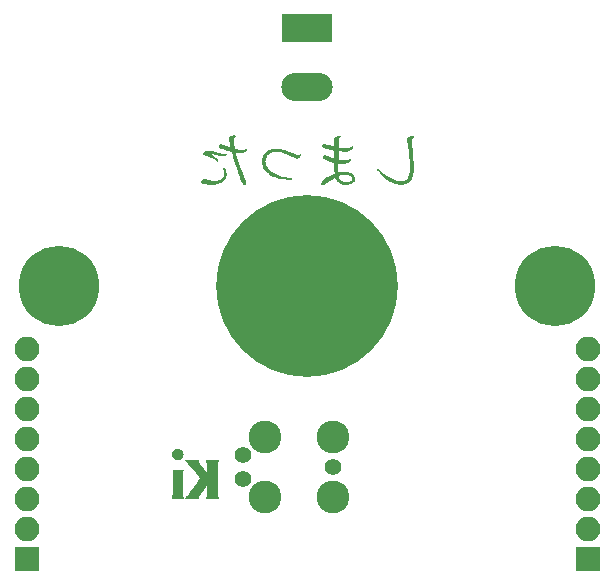
<source format=gbs>
G04 #@! TF.GenerationSoftware,KiCad,Pcbnew,(2017-05-12 revision b823d0b78)-makepkg*
G04 #@! TF.CreationDate,2017-06-18T22:17:58+02:00*
G04 #@! TF.ProjectId,led_pixel_stm32f030,6C65645F706978656C5F73746D333266,1.1*
G04 #@! TF.FileFunction,Soldermask,Bot*
G04 #@! TF.FilePolarity,Negative*
%FSLAX46Y46*%
G04 Gerber Fmt 4.6, Leading zero omitted, Abs format (unit mm)*
G04 Created by KiCad (PCBNEW (2017-05-12 revision b823d0b78)-makepkg) date 06/18/17 22:17:59*
%MOMM*%
%LPD*%
G01*
G04 APERTURE LIST*
%ADD10C,0.100000*%
%ADD11C,0.010000*%
%ADD12C,15.400000*%
%ADD13C,2.775000*%
%ADD14C,1.390600*%
%ADD15O,4.360000X2.380000*%
%ADD16R,4.360000X2.380000*%
%ADD17O,2.100000X2.100000*%
%ADD18R,2.100000X2.100000*%
%ADD19C,6.800000*%
%ADD20C,1.000000*%
G04 APERTURE END LIST*
D10*
G36*
X141180409Y-88789654D02*
X141185303Y-88809947D01*
X141201110Y-88830093D01*
X141229519Y-88851025D01*
X141272217Y-88873675D01*
X141330895Y-88898975D01*
X141407240Y-88927857D01*
X141471983Y-88950666D01*
X141686292Y-89031600D01*
X141882384Y-89120536D01*
X142061988Y-89218360D01*
X142226831Y-89325958D01*
X142279103Y-89364380D01*
X142311908Y-89388589D01*
X142338234Y-89406859D01*
X142353622Y-89416132D01*
X142355438Y-89416702D01*
X142365007Y-89408395D01*
X142377623Y-89388740D01*
X142383737Y-89375568D01*
X142384320Y-89363997D01*
X142377088Y-89350433D01*
X142359760Y-89331283D01*
X142330053Y-89302953D01*
X142313238Y-89287363D01*
X142217943Y-89200903D01*
X142126039Y-89120829D01*
X142040393Y-89049538D01*
X141963875Y-88989429D01*
X141909612Y-88949928D01*
X141867207Y-88919931D01*
X141828937Y-88891798D01*
X141799641Y-88869143D01*
X141786244Y-88857711D01*
X141769740Y-88839568D01*
X141767784Y-88825699D01*
X141776438Y-88810067D01*
X141786207Y-88798535D01*
X141799825Y-88791624D01*
X141822316Y-88788239D01*
X141858708Y-88787282D01*
X141880636Y-88787350D01*
X141918020Y-88788774D01*
X141958120Y-88792981D01*
X142004740Y-88800657D01*
X142061686Y-88812486D01*
X142132761Y-88829154D01*
X142186245Y-88842381D01*
X142320073Y-88875047D01*
X142436323Y-88901233D01*
X142537515Y-88921116D01*
X142626174Y-88934872D01*
X142704822Y-88942678D01*
X142775981Y-88944710D01*
X142842176Y-88941144D01*
X142905927Y-88932157D01*
X142969759Y-88917925D01*
X143027970Y-88901211D01*
X143065435Y-88888577D01*
X143086153Y-88877707D01*
X143093888Y-88865109D01*
X143092407Y-88847297D01*
X143091277Y-88842562D01*
X143084591Y-88815923D01*
X143019223Y-88836703D01*
X142980020Y-88846688D01*
X142937672Y-88852072D01*
X142890260Y-88852496D01*
X142835865Y-88847599D01*
X142772571Y-88837023D01*
X142698457Y-88820408D01*
X142611607Y-88797395D01*
X142510102Y-88767623D01*
X142392023Y-88730733D01*
X142306626Y-88703143D01*
X142204335Y-88670031D01*
X142118872Y-88643192D01*
X142047056Y-88621970D01*
X141985705Y-88605708D01*
X141931638Y-88593750D01*
X141881674Y-88585437D01*
X141832631Y-88580114D01*
X141781328Y-88577125D01*
X141724585Y-88575811D01*
X141688621Y-88575560D01*
X141619838Y-88575686D01*
X141567271Y-88576894D01*
X141525972Y-88579648D01*
X141490989Y-88584408D01*
X141457374Y-88591637D01*
X141426311Y-88600029D01*
X141352485Y-88626047D01*
X141288722Y-88658200D01*
X141237490Y-88694585D01*
X141201258Y-88733299D01*
X141182495Y-88772439D01*
X141180409Y-88789654D01*
X141180409Y-88789654D01*
X141180409Y-88789654D01*
G37*
X141180409Y-88789654D02*
X141185303Y-88809947D01*
X141201110Y-88830093D01*
X141229519Y-88851025D01*
X141272217Y-88873675D01*
X141330895Y-88898975D01*
X141407240Y-88927857D01*
X141471983Y-88950666D01*
X141686292Y-89031600D01*
X141882384Y-89120536D01*
X142061988Y-89218360D01*
X142226831Y-89325958D01*
X142279103Y-89364380D01*
X142311908Y-89388589D01*
X142338234Y-89406859D01*
X142353622Y-89416132D01*
X142355438Y-89416702D01*
X142365007Y-89408395D01*
X142377623Y-89388740D01*
X142383737Y-89375568D01*
X142384320Y-89363997D01*
X142377088Y-89350433D01*
X142359760Y-89331283D01*
X142330053Y-89302953D01*
X142313238Y-89287363D01*
X142217943Y-89200903D01*
X142126039Y-89120829D01*
X142040393Y-89049538D01*
X141963875Y-88989429D01*
X141909612Y-88949928D01*
X141867207Y-88919931D01*
X141828937Y-88891798D01*
X141799641Y-88869143D01*
X141786244Y-88857711D01*
X141769740Y-88839568D01*
X141767784Y-88825699D01*
X141776438Y-88810067D01*
X141786207Y-88798535D01*
X141799825Y-88791624D01*
X141822316Y-88788239D01*
X141858708Y-88787282D01*
X141880636Y-88787350D01*
X141918020Y-88788774D01*
X141958120Y-88792981D01*
X142004740Y-88800657D01*
X142061686Y-88812486D01*
X142132761Y-88829154D01*
X142186245Y-88842381D01*
X142320073Y-88875047D01*
X142436323Y-88901233D01*
X142537515Y-88921116D01*
X142626174Y-88934872D01*
X142704822Y-88942678D01*
X142775981Y-88944710D01*
X142842176Y-88941144D01*
X142905927Y-88932157D01*
X142969759Y-88917925D01*
X143027970Y-88901211D01*
X143065435Y-88888577D01*
X143086153Y-88877707D01*
X143093888Y-88865109D01*
X143092407Y-88847297D01*
X143091277Y-88842562D01*
X143084591Y-88815923D01*
X143019223Y-88836703D01*
X142980020Y-88846688D01*
X142937672Y-88852072D01*
X142890260Y-88852496D01*
X142835865Y-88847599D01*
X142772571Y-88837023D01*
X142698457Y-88820408D01*
X142611607Y-88797395D01*
X142510102Y-88767623D01*
X142392023Y-88730733D01*
X142306626Y-88703143D01*
X142204335Y-88670031D01*
X142118872Y-88643192D01*
X142047056Y-88621970D01*
X141985705Y-88605708D01*
X141931638Y-88593750D01*
X141881674Y-88585437D01*
X141832631Y-88580114D01*
X141781328Y-88577125D01*
X141724585Y-88575811D01*
X141688621Y-88575560D01*
X141619838Y-88575686D01*
X141567271Y-88576894D01*
X141525972Y-88579648D01*
X141490989Y-88584408D01*
X141457374Y-88591637D01*
X141426311Y-88600029D01*
X141352485Y-88626047D01*
X141288722Y-88658200D01*
X141237490Y-88694585D01*
X141201258Y-88733299D01*
X141182495Y-88772439D01*
X141180409Y-88789654D01*
X141180409Y-88789654D01*
G36*
X146149189Y-89358469D02*
X146151762Y-89516517D01*
X146175026Y-89672791D01*
X146218496Y-89825616D01*
X146281687Y-89973320D01*
X146364116Y-90114229D01*
X146370931Y-90124288D01*
X146421793Y-90191052D01*
X146486248Y-90264043D01*
X146559643Y-90338741D01*
X146637322Y-90410627D01*
X146714634Y-90475179D01*
X146785484Y-90526922D01*
X146926311Y-90612282D01*
X147077575Y-90687248D01*
X147240554Y-90752163D01*
X147416524Y-90807370D01*
X147606764Y-90853213D01*
X147812550Y-90890033D01*
X148035159Y-90918175D01*
X148275869Y-90937981D01*
X148327137Y-90941019D01*
X148408562Y-90945489D01*
X148471360Y-90948680D01*
X148518041Y-90950548D01*
X148551118Y-90951046D01*
X148573101Y-90950128D01*
X148586503Y-90947747D01*
X148593835Y-90943859D01*
X148597609Y-90938417D01*
X148598589Y-90936043D01*
X148600820Y-90909856D01*
X148584927Y-90893491D01*
X148555759Y-90888398D01*
X148522132Y-90886657D01*
X148471638Y-90881799D01*
X148408265Y-90874377D01*
X148336003Y-90864941D01*
X148258838Y-90854043D01*
X148180761Y-90842235D01*
X148105758Y-90830067D01*
X148037820Y-90818091D01*
X148012966Y-90813371D01*
X147801656Y-90765395D01*
X147601246Y-90706266D01*
X147412660Y-90636630D01*
X147236824Y-90557136D01*
X147074660Y-90468431D01*
X146927095Y-90371162D01*
X146795051Y-90265977D01*
X146679453Y-90153523D01*
X146581226Y-90034447D01*
X146501293Y-89909397D01*
X146440580Y-89779020D01*
X146411932Y-89691983D01*
X146382433Y-89550697D01*
X146373202Y-89414886D01*
X146383846Y-89285395D01*
X146413972Y-89163068D01*
X146463185Y-89048749D01*
X146531093Y-88943281D01*
X146617301Y-88847509D01*
X146721415Y-88762275D01*
X146843042Y-88688425D01*
X146891239Y-88664695D01*
X146966125Y-88632462D01*
X147036245Y-88608556D01*
X147106952Y-88591943D01*
X147183603Y-88581587D01*
X147271550Y-88576454D01*
X147353064Y-88575411D01*
X147424761Y-88575849D01*
X147480776Y-88577312D01*
X147526597Y-88580320D01*
X147567712Y-88585391D01*
X147609607Y-88593044D01*
X147657771Y-88603801D01*
X147660936Y-88604545D01*
X147745365Y-88625497D01*
X147825395Y-88647796D01*
X147903739Y-88672535D01*
X147983110Y-88700810D01*
X148066221Y-88733714D01*
X148155784Y-88772342D01*
X148254513Y-88817787D01*
X148365120Y-88871143D01*
X148490318Y-88933505D01*
X148544185Y-88960756D01*
X148655914Y-89016793D01*
X148751140Y-89062947D01*
X148831685Y-89099944D01*
X148899372Y-89128514D01*
X148956022Y-89149383D01*
X149003457Y-89163280D01*
X149043501Y-89170931D01*
X149075850Y-89173080D01*
X149141829Y-89162718D01*
X149208886Y-89132840D01*
X149274903Y-89084863D01*
X149337762Y-89020205D01*
X149372756Y-88974454D01*
X149394948Y-88942212D01*
X149406379Y-88921931D01*
X149408506Y-88908279D01*
X149402786Y-88895921D01*
X149396548Y-88887379D01*
X149377227Y-88861765D01*
X149342314Y-88895899D01*
X149298674Y-88928256D01*
X149249364Y-88943522D01*
X149190210Y-88942753D01*
X149169735Y-88939519D01*
X149115597Y-88926628D01*
X149043422Y-88904745D01*
X148954180Y-88874211D01*
X148848842Y-88835367D01*
X148728379Y-88788555D01*
X148644769Y-88754968D01*
X148430335Y-88671307D01*
X148230614Y-88600782D01*
X148043952Y-88543089D01*
X147868696Y-88497925D01*
X147703194Y-88464987D01*
X147545792Y-88443971D01*
X147394839Y-88434576D01*
X147248680Y-88436497D01*
X147105664Y-88449431D01*
X147035432Y-88459831D01*
X146879335Y-88494458D01*
X146737901Y-88543992D01*
X146610320Y-88608884D01*
X146495780Y-88689583D01*
X146393472Y-88786540D01*
X146344645Y-88843774D01*
X146266428Y-88957150D01*
X146208470Y-89075534D01*
X146170109Y-89200673D01*
X146150680Y-89334314D01*
X146149189Y-89358469D01*
X146149189Y-89358469D01*
X146149189Y-89358469D01*
G37*
X146149189Y-89358469D02*
X146151762Y-89516517D01*
X146175026Y-89672791D01*
X146218496Y-89825616D01*
X146281687Y-89973320D01*
X146364116Y-90114229D01*
X146370931Y-90124288D01*
X146421793Y-90191052D01*
X146486248Y-90264043D01*
X146559643Y-90338741D01*
X146637322Y-90410627D01*
X146714634Y-90475179D01*
X146785484Y-90526922D01*
X146926311Y-90612282D01*
X147077575Y-90687248D01*
X147240554Y-90752163D01*
X147416524Y-90807370D01*
X147606764Y-90853213D01*
X147812550Y-90890033D01*
X148035159Y-90918175D01*
X148275869Y-90937981D01*
X148327137Y-90941019D01*
X148408562Y-90945489D01*
X148471360Y-90948680D01*
X148518041Y-90950548D01*
X148551118Y-90951046D01*
X148573101Y-90950128D01*
X148586503Y-90947747D01*
X148593835Y-90943859D01*
X148597609Y-90938417D01*
X148598589Y-90936043D01*
X148600820Y-90909856D01*
X148584927Y-90893491D01*
X148555759Y-90888398D01*
X148522132Y-90886657D01*
X148471638Y-90881799D01*
X148408265Y-90874377D01*
X148336003Y-90864941D01*
X148258838Y-90854043D01*
X148180761Y-90842235D01*
X148105758Y-90830067D01*
X148037820Y-90818091D01*
X148012966Y-90813371D01*
X147801656Y-90765395D01*
X147601246Y-90706266D01*
X147412660Y-90636630D01*
X147236824Y-90557136D01*
X147074660Y-90468431D01*
X146927095Y-90371162D01*
X146795051Y-90265977D01*
X146679453Y-90153523D01*
X146581226Y-90034447D01*
X146501293Y-89909397D01*
X146440580Y-89779020D01*
X146411932Y-89691983D01*
X146382433Y-89550697D01*
X146373202Y-89414886D01*
X146383846Y-89285395D01*
X146413972Y-89163068D01*
X146463185Y-89048749D01*
X146531093Y-88943281D01*
X146617301Y-88847509D01*
X146721415Y-88762275D01*
X146843042Y-88688425D01*
X146891239Y-88664695D01*
X146966125Y-88632462D01*
X147036245Y-88608556D01*
X147106952Y-88591943D01*
X147183603Y-88581587D01*
X147271550Y-88576454D01*
X147353064Y-88575411D01*
X147424761Y-88575849D01*
X147480776Y-88577312D01*
X147526597Y-88580320D01*
X147567712Y-88585391D01*
X147609607Y-88593044D01*
X147657771Y-88603801D01*
X147660936Y-88604545D01*
X147745365Y-88625497D01*
X147825395Y-88647796D01*
X147903739Y-88672535D01*
X147983110Y-88700810D01*
X148066221Y-88733714D01*
X148155784Y-88772342D01*
X148254513Y-88817787D01*
X148365120Y-88871143D01*
X148490318Y-88933505D01*
X148544185Y-88960756D01*
X148655914Y-89016793D01*
X148751140Y-89062947D01*
X148831685Y-89099944D01*
X148899372Y-89128514D01*
X148956022Y-89149383D01*
X149003457Y-89163280D01*
X149043501Y-89170931D01*
X149075850Y-89173080D01*
X149141829Y-89162718D01*
X149208886Y-89132840D01*
X149274903Y-89084863D01*
X149337762Y-89020205D01*
X149372756Y-88974454D01*
X149394948Y-88942212D01*
X149406379Y-88921931D01*
X149408506Y-88908279D01*
X149402786Y-88895921D01*
X149396548Y-88887379D01*
X149377227Y-88861765D01*
X149342314Y-88895899D01*
X149298674Y-88928256D01*
X149249364Y-88943522D01*
X149190210Y-88942753D01*
X149169735Y-88939519D01*
X149115597Y-88926628D01*
X149043422Y-88904745D01*
X148954180Y-88874211D01*
X148848842Y-88835367D01*
X148728379Y-88788555D01*
X148644769Y-88754968D01*
X148430335Y-88671307D01*
X148230614Y-88600782D01*
X148043952Y-88543089D01*
X147868696Y-88497925D01*
X147703194Y-88464987D01*
X147545792Y-88443971D01*
X147394839Y-88434576D01*
X147248680Y-88436497D01*
X147105664Y-88449431D01*
X147035432Y-88459831D01*
X146879335Y-88494458D01*
X146737901Y-88543992D01*
X146610320Y-88608884D01*
X146495780Y-88689583D01*
X146393472Y-88786540D01*
X146344645Y-88843774D01*
X146266428Y-88957150D01*
X146208470Y-89075534D01*
X146170109Y-89200673D01*
X146150680Y-89334314D01*
X146149189Y-89358469D01*
X146149189Y-89358469D01*
G36*
X141011005Y-91188196D02*
X141017506Y-91219988D01*
X141037727Y-91247933D01*
X141072744Y-91272401D01*
X141123634Y-91293763D01*
X141191472Y-91312390D01*
X141277336Y-91328653D01*
X141382300Y-91342923D01*
X141492747Y-91354256D01*
X141533098Y-91356896D01*
X141588792Y-91359109D01*
X141655872Y-91360870D01*
X141730382Y-91362155D01*
X141808366Y-91362940D01*
X141885867Y-91363203D01*
X141958929Y-91362919D01*
X142023595Y-91362065D01*
X142075910Y-91360617D01*
X142111916Y-91358551D01*
X142117424Y-91357992D01*
X142276683Y-91334563D01*
X142418059Y-91302886D01*
X142543493Y-91262157D01*
X142654928Y-91211572D01*
X142754304Y-91150326D01*
X142843562Y-91077616D01*
X142879742Y-91042186D01*
X142960800Y-90945307D01*
X143021352Y-90843181D01*
X143061441Y-90735674D01*
X143081110Y-90622653D01*
X143080402Y-90503984D01*
X143072355Y-90442105D01*
X143052804Y-90349741D01*
X143025258Y-90250972D01*
X142992620Y-90155261D01*
X142960775Y-90078436D01*
X142931369Y-90014909D01*
X142913108Y-90042760D01*
X142904157Y-90058211D01*
X142900559Y-90073220D01*
X142902497Y-90093695D01*
X142910151Y-90125546D01*
X142916340Y-90148168D01*
X142944459Y-90271978D01*
X142959351Y-90390922D01*
X142960825Y-90501585D01*
X142948687Y-90600554D01*
X142943166Y-90624385D01*
X142905810Y-90727783D01*
X142850275Y-90822791D01*
X142778664Y-90907104D01*
X142693078Y-90978419D01*
X142595622Y-91034432D01*
X142552286Y-91052604D01*
X142485573Y-91075430D01*
X142420341Y-91092383D01*
X142351815Y-91104143D01*
X142275216Y-91111390D01*
X142185768Y-91114805D01*
X142112130Y-91115276D01*
X142036116Y-91114497D01*
X141970037Y-91112245D01*
X141909508Y-91107902D01*
X141850147Y-91100849D01*
X141787571Y-91090469D01*
X141717394Y-91076143D01*
X141635235Y-91057255D01*
X141545752Y-91035428D01*
X141458139Y-91014444D01*
X141387605Y-90999453D01*
X141331018Y-90990128D01*
X141285246Y-90986146D01*
X141247158Y-90987178D01*
X141213620Y-90992900D01*
X141193436Y-90998759D01*
X141142097Y-91022433D01*
X141094370Y-91056325D01*
X141054128Y-91096416D01*
X141025243Y-91138685D01*
X141011586Y-91179111D01*
X141011005Y-91188196D01*
X141011005Y-91188196D01*
X141011005Y-91188196D01*
G37*
X141011005Y-91188196D02*
X141017506Y-91219988D01*
X141037727Y-91247933D01*
X141072744Y-91272401D01*
X141123634Y-91293763D01*
X141191472Y-91312390D01*
X141277336Y-91328653D01*
X141382300Y-91342923D01*
X141492747Y-91354256D01*
X141533098Y-91356896D01*
X141588792Y-91359109D01*
X141655872Y-91360870D01*
X141730382Y-91362155D01*
X141808366Y-91362940D01*
X141885867Y-91363203D01*
X141958929Y-91362919D01*
X142023595Y-91362065D01*
X142075910Y-91360617D01*
X142111916Y-91358551D01*
X142117424Y-91357992D01*
X142276683Y-91334563D01*
X142418059Y-91302886D01*
X142543493Y-91262157D01*
X142654928Y-91211572D01*
X142754304Y-91150326D01*
X142843562Y-91077616D01*
X142879742Y-91042186D01*
X142960800Y-90945307D01*
X143021352Y-90843181D01*
X143061441Y-90735674D01*
X143081110Y-90622653D01*
X143080402Y-90503984D01*
X143072355Y-90442105D01*
X143052804Y-90349741D01*
X143025258Y-90250972D01*
X142992620Y-90155261D01*
X142960775Y-90078436D01*
X142931369Y-90014909D01*
X142913108Y-90042760D01*
X142904157Y-90058211D01*
X142900559Y-90073220D01*
X142902497Y-90093695D01*
X142910151Y-90125546D01*
X142916340Y-90148168D01*
X142944459Y-90271978D01*
X142959351Y-90390922D01*
X142960825Y-90501585D01*
X142948687Y-90600554D01*
X142943166Y-90624385D01*
X142905810Y-90727783D01*
X142850275Y-90822791D01*
X142778664Y-90907104D01*
X142693078Y-90978419D01*
X142595622Y-91034432D01*
X142552286Y-91052604D01*
X142485573Y-91075430D01*
X142420341Y-91092383D01*
X142351815Y-91104143D01*
X142275216Y-91111390D01*
X142185768Y-91114805D01*
X142112130Y-91115276D01*
X142036116Y-91114497D01*
X141970037Y-91112245D01*
X141909508Y-91107902D01*
X141850147Y-91100849D01*
X141787571Y-91090469D01*
X141717394Y-91076143D01*
X141635235Y-91057255D01*
X141545752Y-91035428D01*
X141458139Y-91014444D01*
X141387605Y-90999453D01*
X141331018Y-90990128D01*
X141285246Y-90986146D01*
X141247158Y-90987178D01*
X141213620Y-90992900D01*
X141193436Y-90998759D01*
X141142097Y-91022433D01*
X141094370Y-91056325D01*
X141054128Y-91096416D01*
X141025243Y-91138685D01*
X141011586Y-91179111D01*
X141011005Y-91188196D01*
X141011005Y-91188196D01*
G36*
X155937798Y-90157423D02*
X155938760Y-90171437D01*
X155950397Y-90189457D01*
X155994247Y-90246594D01*
X156051244Y-90314840D01*
X156118724Y-90391223D01*
X156194022Y-90472769D01*
X156274471Y-90556505D01*
X156325374Y-90607823D01*
X156457570Y-90734689D01*
X156583617Y-90845382D01*
X156707042Y-90942568D01*
X156831374Y-91028909D01*
X156960139Y-91107070D01*
X157053516Y-91157676D01*
X157230713Y-91240267D01*
X157407359Y-91304347D01*
X157582078Y-91349618D01*
X157753496Y-91375777D01*
X157920238Y-91382527D01*
X158045414Y-91374211D01*
X158178349Y-91350444D01*
X158304262Y-91311490D01*
X158420676Y-91258670D01*
X158525110Y-91193303D01*
X158615087Y-91116710D01*
X158686123Y-91033053D01*
X158745047Y-90938406D01*
X158794670Y-90833055D01*
X158835452Y-90715294D01*
X158867854Y-90583415D01*
X158892335Y-90435710D01*
X158909357Y-90270472D01*
X158915020Y-90184313D01*
X158918467Y-90090180D01*
X158919637Y-89977718D01*
X158918670Y-89849635D01*
X158915704Y-89708640D01*
X158910877Y-89557441D01*
X158904326Y-89398746D01*
X158896190Y-89235263D01*
X158886606Y-89069702D01*
X158875714Y-88904770D01*
X158863651Y-88743176D01*
X158850555Y-88587628D01*
X158836564Y-88440835D01*
X158821817Y-88305505D01*
X158817313Y-88267932D01*
X158806555Y-88169006D01*
X158799309Y-88073430D01*
X158795126Y-87973302D01*
X158793556Y-87860718D01*
X158793528Y-87849716D01*
X158793525Y-87773670D01*
X158794011Y-87715397D01*
X158795266Y-87671497D01*
X158797572Y-87638569D01*
X158801209Y-87613211D01*
X158806460Y-87592023D01*
X158813605Y-87571603D01*
X158817289Y-87562313D01*
X158851875Y-87492352D01*
X158893115Y-87434844D01*
X158937946Y-87394002D01*
X158941107Y-87391898D01*
X158967174Y-87367502D01*
X158972133Y-87341952D01*
X158958503Y-87318024D01*
X158944943Y-87316270D01*
X158915488Y-87319408D01*
X158874594Y-87326480D01*
X158826717Y-87336529D01*
X158776313Y-87348595D01*
X158727839Y-87361720D01*
X158685749Y-87374946D01*
X158673816Y-87379247D01*
X158604577Y-87411405D01*
X158544528Y-87451207D01*
X158497834Y-87495453D01*
X158471423Y-87534843D01*
X158456182Y-87578599D01*
X158449814Y-87630779D01*
X158452239Y-87694869D01*
X158463373Y-87774355D01*
X158465490Y-87786189D01*
X158509730Y-88036969D01*
X158547624Y-88271397D01*
X158579529Y-88493207D01*
X158605805Y-88706133D01*
X158626810Y-88913910D01*
X158642902Y-89120270D01*
X158654440Y-89328950D01*
X158661782Y-89543681D01*
X158665286Y-89768199D01*
X158665706Y-89871975D01*
X158665581Y-89997149D01*
X158664846Y-90103813D01*
X158663296Y-90194629D01*
X158660725Y-90272258D01*
X158656930Y-90339362D01*
X158651704Y-90398603D01*
X158644842Y-90452642D01*
X158636140Y-90504141D01*
X158625393Y-90555761D01*
X158612396Y-90610165D01*
X158607295Y-90630286D01*
X158566278Y-90755305D01*
X158511619Y-90864241D01*
X158443600Y-90956965D01*
X158362503Y-91033346D01*
X158268613Y-91093255D01*
X158162210Y-91136562D01*
X158043579Y-91163136D01*
X157913002Y-91172847D01*
X157770762Y-91165566D01*
X157617141Y-91141163D01*
X157536353Y-91122551D01*
X157355164Y-91067454D01*
X157169461Y-90992962D01*
X156980732Y-90899988D01*
X156790467Y-90789444D01*
X156600156Y-90662242D01*
X156411287Y-90519294D01*
X156225350Y-90361512D01*
X156094227Y-90239332D01*
X156047782Y-90194485D01*
X156014071Y-90162675D01*
X155990621Y-90142203D01*
X155974959Y-90131371D01*
X155964612Y-90128479D01*
X155957107Y-90131828D01*
X155949970Y-90139721D01*
X155949703Y-90140052D01*
X155937798Y-90157423D01*
X155937798Y-90157423D01*
X155937798Y-90157423D01*
G37*
X155937798Y-90157423D02*
X155938760Y-90171437D01*
X155950397Y-90189457D01*
X155994247Y-90246594D01*
X156051244Y-90314840D01*
X156118724Y-90391223D01*
X156194022Y-90472769D01*
X156274471Y-90556505D01*
X156325374Y-90607823D01*
X156457570Y-90734689D01*
X156583617Y-90845382D01*
X156707042Y-90942568D01*
X156831374Y-91028909D01*
X156960139Y-91107070D01*
X157053516Y-91157676D01*
X157230713Y-91240267D01*
X157407359Y-91304347D01*
X157582078Y-91349618D01*
X157753496Y-91375777D01*
X157920238Y-91382527D01*
X158045414Y-91374211D01*
X158178349Y-91350444D01*
X158304262Y-91311490D01*
X158420676Y-91258670D01*
X158525110Y-91193303D01*
X158615087Y-91116710D01*
X158686123Y-91033053D01*
X158745047Y-90938406D01*
X158794670Y-90833055D01*
X158835452Y-90715294D01*
X158867854Y-90583415D01*
X158892335Y-90435710D01*
X158909357Y-90270472D01*
X158915020Y-90184313D01*
X158918467Y-90090180D01*
X158919637Y-89977718D01*
X158918670Y-89849635D01*
X158915704Y-89708640D01*
X158910877Y-89557441D01*
X158904326Y-89398746D01*
X158896190Y-89235263D01*
X158886606Y-89069702D01*
X158875714Y-88904770D01*
X158863651Y-88743176D01*
X158850555Y-88587628D01*
X158836564Y-88440835D01*
X158821817Y-88305505D01*
X158817313Y-88267932D01*
X158806555Y-88169006D01*
X158799309Y-88073430D01*
X158795126Y-87973302D01*
X158793556Y-87860718D01*
X158793528Y-87849716D01*
X158793525Y-87773670D01*
X158794011Y-87715397D01*
X158795266Y-87671497D01*
X158797572Y-87638569D01*
X158801209Y-87613211D01*
X158806460Y-87592023D01*
X158813605Y-87571603D01*
X158817289Y-87562313D01*
X158851875Y-87492352D01*
X158893115Y-87434844D01*
X158937946Y-87394002D01*
X158941107Y-87391898D01*
X158967174Y-87367502D01*
X158972133Y-87341952D01*
X158958503Y-87318024D01*
X158944943Y-87316270D01*
X158915488Y-87319408D01*
X158874594Y-87326480D01*
X158826717Y-87336529D01*
X158776313Y-87348595D01*
X158727839Y-87361720D01*
X158685749Y-87374946D01*
X158673816Y-87379247D01*
X158604577Y-87411405D01*
X158544528Y-87451207D01*
X158497834Y-87495453D01*
X158471423Y-87534843D01*
X158456182Y-87578599D01*
X158449814Y-87630779D01*
X158452239Y-87694869D01*
X158463373Y-87774355D01*
X158465490Y-87786189D01*
X158509730Y-88036969D01*
X158547624Y-88271397D01*
X158579529Y-88493207D01*
X158605805Y-88706133D01*
X158626810Y-88913910D01*
X158642902Y-89120270D01*
X158654440Y-89328950D01*
X158661782Y-89543681D01*
X158665286Y-89768199D01*
X158665706Y-89871975D01*
X158665581Y-89997149D01*
X158664846Y-90103813D01*
X158663296Y-90194629D01*
X158660725Y-90272258D01*
X158656930Y-90339362D01*
X158651704Y-90398603D01*
X158644842Y-90452642D01*
X158636140Y-90504141D01*
X158625393Y-90555761D01*
X158612396Y-90610165D01*
X158607295Y-90630286D01*
X158566278Y-90755305D01*
X158511619Y-90864241D01*
X158443600Y-90956965D01*
X158362503Y-91033346D01*
X158268613Y-91093255D01*
X158162210Y-91136562D01*
X158043579Y-91163136D01*
X157913002Y-91172847D01*
X157770762Y-91165566D01*
X157617141Y-91141163D01*
X157536353Y-91122551D01*
X157355164Y-91067454D01*
X157169461Y-90992962D01*
X156980732Y-90899988D01*
X156790467Y-90789444D01*
X156600156Y-90662242D01*
X156411287Y-90519294D01*
X156225350Y-90361512D01*
X156094227Y-90239332D01*
X156047782Y-90194485D01*
X156014071Y-90162675D01*
X155990621Y-90142203D01*
X155974959Y-90131371D01*
X155964612Y-90128479D01*
X155957107Y-90131828D01*
X155949970Y-90139721D01*
X155949703Y-90140052D01*
X155937798Y-90157423D01*
X155937798Y-90157423D01*
G36*
X142516307Y-88182305D02*
X142523459Y-88204500D01*
X142542393Y-88230189D01*
X142547708Y-88236334D01*
X142587779Y-88271275D01*
X142647608Y-88307848D01*
X142725882Y-88345588D01*
X142821290Y-88384027D01*
X142932519Y-88422698D01*
X143058256Y-88461135D01*
X143197187Y-88498870D01*
X143348002Y-88535436D01*
X143454959Y-88559032D01*
X143506778Y-88570254D01*
X143550649Y-88580172D01*
X143582665Y-88587871D01*
X143598919Y-88592436D01*
X143600104Y-88593018D01*
X143603729Y-88603690D01*
X143612584Y-88632754D01*
X143626091Y-88678239D01*
X143643676Y-88738172D01*
X143664763Y-88810581D01*
X143688775Y-88893496D01*
X143715136Y-88984942D01*
X143743270Y-89082949D01*
X143746499Y-89094221D01*
X143821927Y-89354693D01*
X143893659Y-89596182D01*
X143962289Y-89820445D01*
X144028409Y-90029234D01*
X144092612Y-90224306D01*
X144155489Y-90407414D01*
X144217635Y-90580314D01*
X144279640Y-90744759D01*
X144342099Y-90902506D01*
X144405603Y-91055308D01*
X144420678Y-91090540D01*
X144461061Y-91181726D01*
X144495858Y-91254256D01*
X144525916Y-91309650D01*
X144552083Y-91349426D01*
X144575205Y-91375104D01*
X144582736Y-91381042D01*
X144607555Y-91391073D01*
X144641128Y-91396365D01*
X144649310Y-91396610D01*
X144682531Y-91393257D01*
X144706091Y-91379948D01*
X144720427Y-91364797D01*
X144746567Y-91317385D01*
X144755454Y-91257980D01*
X144747046Y-91186923D01*
X144743731Y-91173073D01*
X144738853Y-91154418D01*
X144733805Y-91136830D01*
X144727695Y-91118187D01*
X144719629Y-91096365D01*
X144708717Y-91069241D01*
X144694063Y-91034692D01*
X144674777Y-90990593D01*
X144649964Y-90934822D01*
X144618733Y-90865256D01*
X144580190Y-90779770D01*
X144553728Y-90721160D01*
X144435094Y-90447605D01*
X144321588Y-90164498D01*
X144216062Y-89879332D01*
X144121367Y-89599601D01*
X144093673Y-89511992D01*
X144068979Y-89431088D01*
X144043162Y-89344105D01*
X144016837Y-89253337D01*
X143990622Y-89161074D01*
X143965132Y-89069610D01*
X143940984Y-88981237D01*
X143918794Y-88898248D01*
X143899179Y-88822934D01*
X143882754Y-88757588D01*
X143870137Y-88704502D01*
X143861944Y-88665969D01*
X143858791Y-88644281D01*
X143859332Y-88640435D01*
X143871117Y-88640229D01*
X143899657Y-88643031D01*
X143940821Y-88648354D01*
X143990480Y-88655709D01*
X143996749Y-88656695D01*
X144106521Y-88670067D01*
X144229571Y-88677289D01*
X144309087Y-88678788D01*
X144376274Y-88679014D01*
X144426867Y-88678390D01*
X144465444Y-88676439D01*
X144496584Y-88672685D01*
X144524865Y-88666654D01*
X144554866Y-88657871D01*
X144575447Y-88651131D01*
X144634025Y-88627910D01*
X144693523Y-88598023D01*
X144747821Y-88565011D01*
X144790797Y-88532419D01*
X144805694Y-88517868D01*
X144817336Y-88502946D01*
X144817838Y-88490126D01*
X144806520Y-88471028D01*
X144801277Y-88463607D01*
X144777708Y-88430508D01*
X144749859Y-88456535D01*
X144721806Y-88480878D01*
X144695026Y-88498348D01*
X144665274Y-88510010D01*
X144628305Y-88516930D01*
X144579876Y-88520172D01*
X144515742Y-88520802D01*
X144494373Y-88520656D01*
X144415033Y-88518406D01*
X144337159Y-88512711D01*
X144256513Y-88502955D01*
X144168857Y-88488517D01*
X144069954Y-88468782D01*
X143955566Y-88443130D01*
X143943810Y-88440379D01*
X143891932Y-88428148D01*
X143848079Y-88417700D01*
X143816049Y-88409951D01*
X143799638Y-88405812D01*
X143798308Y-88405400D01*
X143794473Y-88394325D01*
X143787852Y-88365998D01*
X143779128Y-88324057D01*
X143768983Y-88272141D01*
X143758100Y-88213888D01*
X143747162Y-88152935D01*
X143736852Y-88092921D01*
X143727852Y-88037482D01*
X143722159Y-87999608D01*
X143706275Y-87877451D01*
X143696412Y-87773349D01*
X143692659Y-87685031D01*
X143695101Y-87610224D01*
X143703824Y-87546657D01*
X143718915Y-87492058D01*
X143740459Y-87444156D01*
X143743477Y-87438761D01*
X143771306Y-87399314D01*
X143804341Y-87365603D01*
X143817565Y-87355594D01*
X143860311Y-87327306D01*
X143833479Y-87300474D01*
X143817653Y-87285934D01*
X143803181Y-87279242D01*
X143783133Y-87279356D01*
X143750578Y-87285229D01*
X143742842Y-87286821D01*
X143693135Y-87298661D01*
X143636419Y-87314643D01*
X143578160Y-87332959D01*
X143523825Y-87351800D01*
X143478880Y-87369358D01*
X143448793Y-87383826D01*
X143447836Y-87384399D01*
X143419384Y-87405386D01*
X143397100Y-87431079D01*
X143381026Y-87463086D01*
X143371204Y-87503014D01*
X143367677Y-87552470D01*
X143370485Y-87613063D01*
X143379672Y-87686400D01*
X143395279Y-87774089D01*
X143417347Y-87877737D01*
X143445920Y-87998951D01*
X143466007Y-88079999D01*
X143483166Y-88148631D01*
X143498316Y-88209896D01*
X143510777Y-88260988D01*
X143519868Y-88299101D01*
X143524909Y-88321428D01*
X143525671Y-88326164D01*
X143513102Y-88322753D01*
X143483779Y-88313261D01*
X143440865Y-88298796D01*
X143387522Y-88280469D01*
X143326915Y-88259388D01*
X143262206Y-88236663D01*
X143196558Y-88213405D01*
X143133134Y-88190721D01*
X143075097Y-88169722D01*
X143025610Y-88151518D01*
X142996207Y-88140442D01*
X142917429Y-88110361D01*
X142855708Y-88087042D01*
X142808343Y-88069625D01*
X142772635Y-88057250D01*
X142745885Y-88049055D01*
X142725393Y-88044181D01*
X142708460Y-88041766D01*
X142692385Y-88040950D01*
X142683869Y-88040873D01*
X142639673Y-88046214D01*
X142594342Y-88060361D01*
X142556058Y-88080213D01*
X142537335Y-88096434D01*
X142526602Y-88118005D01*
X142518515Y-88148938D01*
X142517640Y-88154648D01*
X142516307Y-88182305D01*
X142516307Y-88182305D01*
X142516307Y-88182305D01*
G37*
X142516307Y-88182305D02*
X142523459Y-88204500D01*
X142542393Y-88230189D01*
X142547708Y-88236334D01*
X142587779Y-88271275D01*
X142647608Y-88307848D01*
X142725882Y-88345588D01*
X142821290Y-88384027D01*
X142932519Y-88422698D01*
X143058256Y-88461135D01*
X143197187Y-88498870D01*
X143348002Y-88535436D01*
X143454959Y-88559032D01*
X143506778Y-88570254D01*
X143550649Y-88580172D01*
X143582665Y-88587871D01*
X143598919Y-88592436D01*
X143600104Y-88593018D01*
X143603729Y-88603690D01*
X143612584Y-88632754D01*
X143626091Y-88678239D01*
X143643676Y-88738172D01*
X143664763Y-88810581D01*
X143688775Y-88893496D01*
X143715136Y-88984942D01*
X143743270Y-89082949D01*
X143746499Y-89094221D01*
X143821927Y-89354693D01*
X143893659Y-89596182D01*
X143962289Y-89820445D01*
X144028409Y-90029234D01*
X144092612Y-90224306D01*
X144155489Y-90407414D01*
X144217635Y-90580314D01*
X144279640Y-90744759D01*
X144342099Y-90902506D01*
X144405603Y-91055308D01*
X144420678Y-91090540D01*
X144461061Y-91181726D01*
X144495858Y-91254256D01*
X144525916Y-91309650D01*
X144552083Y-91349426D01*
X144575205Y-91375104D01*
X144582736Y-91381042D01*
X144607555Y-91391073D01*
X144641128Y-91396365D01*
X144649310Y-91396610D01*
X144682531Y-91393257D01*
X144706091Y-91379948D01*
X144720427Y-91364797D01*
X144746567Y-91317385D01*
X144755454Y-91257980D01*
X144747046Y-91186923D01*
X144743731Y-91173073D01*
X144738853Y-91154418D01*
X144733805Y-91136830D01*
X144727695Y-91118187D01*
X144719629Y-91096365D01*
X144708717Y-91069241D01*
X144694063Y-91034692D01*
X144674777Y-90990593D01*
X144649964Y-90934822D01*
X144618733Y-90865256D01*
X144580190Y-90779770D01*
X144553728Y-90721160D01*
X144435094Y-90447605D01*
X144321588Y-90164498D01*
X144216062Y-89879332D01*
X144121367Y-89599601D01*
X144093673Y-89511992D01*
X144068979Y-89431088D01*
X144043162Y-89344105D01*
X144016837Y-89253337D01*
X143990622Y-89161074D01*
X143965132Y-89069610D01*
X143940984Y-88981237D01*
X143918794Y-88898248D01*
X143899179Y-88822934D01*
X143882754Y-88757588D01*
X143870137Y-88704502D01*
X143861944Y-88665969D01*
X143858791Y-88644281D01*
X143859332Y-88640435D01*
X143871117Y-88640229D01*
X143899657Y-88643031D01*
X143940821Y-88648354D01*
X143990480Y-88655709D01*
X143996749Y-88656695D01*
X144106521Y-88670067D01*
X144229571Y-88677289D01*
X144309087Y-88678788D01*
X144376274Y-88679014D01*
X144426867Y-88678390D01*
X144465444Y-88676439D01*
X144496584Y-88672685D01*
X144524865Y-88666654D01*
X144554866Y-88657871D01*
X144575447Y-88651131D01*
X144634025Y-88627910D01*
X144693523Y-88598023D01*
X144747821Y-88565011D01*
X144790797Y-88532419D01*
X144805694Y-88517868D01*
X144817336Y-88502946D01*
X144817838Y-88490126D01*
X144806520Y-88471028D01*
X144801277Y-88463607D01*
X144777708Y-88430508D01*
X144749859Y-88456535D01*
X144721806Y-88480878D01*
X144695026Y-88498348D01*
X144665274Y-88510010D01*
X144628305Y-88516930D01*
X144579876Y-88520172D01*
X144515742Y-88520802D01*
X144494373Y-88520656D01*
X144415033Y-88518406D01*
X144337159Y-88512711D01*
X144256513Y-88502955D01*
X144168857Y-88488517D01*
X144069954Y-88468782D01*
X143955566Y-88443130D01*
X143943810Y-88440379D01*
X143891932Y-88428148D01*
X143848079Y-88417700D01*
X143816049Y-88409951D01*
X143799638Y-88405812D01*
X143798308Y-88405400D01*
X143794473Y-88394325D01*
X143787852Y-88365998D01*
X143779128Y-88324057D01*
X143768983Y-88272141D01*
X143758100Y-88213888D01*
X143747162Y-88152935D01*
X143736852Y-88092921D01*
X143727852Y-88037482D01*
X143722159Y-87999608D01*
X143706275Y-87877451D01*
X143696412Y-87773349D01*
X143692659Y-87685031D01*
X143695101Y-87610224D01*
X143703824Y-87546657D01*
X143718915Y-87492058D01*
X143740459Y-87444156D01*
X143743477Y-87438761D01*
X143771306Y-87399314D01*
X143804341Y-87365603D01*
X143817565Y-87355594D01*
X143860311Y-87327306D01*
X143833479Y-87300474D01*
X143817653Y-87285934D01*
X143803181Y-87279242D01*
X143783133Y-87279356D01*
X143750578Y-87285229D01*
X143742842Y-87286821D01*
X143693135Y-87298661D01*
X143636419Y-87314643D01*
X143578160Y-87332959D01*
X143523825Y-87351800D01*
X143478880Y-87369358D01*
X143448793Y-87383826D01*
X143447836Y-87384399D01*
X143419384Y-87405386D01*
X143397100Y-87431079D01*
X143381026Y-87463086D01*
X143371204Y-87503014D01*
X143367677Y-87552470D01*
X143370485Y-87613063D01*
X143379672Y-87686400D01*
X143395279Y-87774089D01*
X143417347Y-87877737D01*
X143445920Y-87998951D01*
X143466007Y-88079999D01*
X143483166Y-88148631D01*
X143498316Y-88209896D01*
X143510777Y-88260988D01*
X143519868Y-88299101D01*
X143524909Y-88321428D01*
X143525671Y-88326164D01*
X143513102Y-88322753D01*
X143483779Y-88313261D01*
X143440865Y-88298796D01*
X143387522Y-88280469D01*
X143326915Y-88259388D01*
X143262206Y-88236663D01*
X143196558Y-88213405D01*
X143133134Y-88190721D01*
X143075097Y-88169722D01*
X143025610Y-88151518D01*
X142996207Y-88140442D01*
X142917429Y-88110361D01*
X142855708Y-88087042D01*
X142808343Y-88069625D01*
X142772635Y-88057250D01*
X142745885Y-88049055D01*
X142725393Y-88044181D01*
X142708460Y-88041766D01*
X142692385Y-88040950D01*
X142683869Y-88040873D01*
X142639673Y-88046214D01*
X142594342Y-88060361D01*
X142556058Y-88080213D01*
X142537335Y-88096434D01*
X142526602Y-88118005D01*
X142518515Y-88148938D01*
X142517640Y-88154648D01*
X142516307Y-88182305D01*
X142516307Y-88182305D01*
G36*
X151185927Y-91306905D02*
X151192723Y-91353001D01*
X151213517Y-91383395D01*
X151248538Y-91398244D01*
X151298016Y-91397704D01*
X151315557Y-91394597D01*
X151352184Y-91383806D01*
X151396795Y-91364617D01*
X151450916Y-91336143D01*
X151516072Y-91297500D01*
X151593788Y-91247804D01*
X151685590Y-91186167D01*
X151743564Y-91146214D01*
X151818043Y-91094870D01*
X151898104Y-91040314D01*
X151978698Y-90985942D01*
X152054777Y-90935153D01*
X152121291Y-90891343D01*
X152151170Y-90871966D01*
X152211456Y-90833447D01*
X152256450Y-90805535D01*
X152288454Y-90787051D01*
X152309768Y-90776815D01*
X152322694Y-90773648D01*
X152329530Y-90776369D01*
X152331387Y-90779577D01*
X152338955Y-90798883D01*
X152351392Y-90830723D01*
X152364712Y-90864881D01*
X152418943Y-90978256D01*
X152488124Y-91077452D01*
X152550875Y-91140907D01*
X152550875Y-90670986D01*
X152560053Y-90654002D01*
X152580191Y-90640302D01*
X152612350Y-90625686D01*
X152619114Y-90622797D01*
X152750625Y-90577090D01*
X152892728Y-90546896D01*
X153040940Y-90532862D01*
X153190775Y-90535632D01*
X153212352Y-90537465D01*
X153353872Y-90556358D01*
X153477423Y-90584797D01*
X153582774Y-90622674D01*
X153669695Y-90669883D01*
X153737953Y-90726317D01*
X153787318Y-90791869D01*
X153795198Y-90806655D01*
X153815762Y-90866152D01*
X153822358Y-90929494D01*
X153814492Y-90988804D01*
X153807872Y-91008016D01*
X153784533Y-91044582D01*
X153746730Y-91082671D01*
X153700077Y-91117083D01*
X153674429Y-91131671D01*
X153601557Y-91160949D01*
X153513341Y-91183636D01*
X153414699Y-91199287D01*
X153310550Y-91207460D01*
X153205812Y-91207710D01*
X153105405Y-91199593D01*
X153040940Y-91188824D01*
X152930425Y-91155450D01*
X152830556Y-91104605D01*
X152742921Y-91037679D01*
X152669108Y-90956063D01*
X152610702Y-90861147D01*
X152578496Y-90783636D01*
X152561157Y-90731604D01*
X152551596Y-90695453D01*
X152550875Y-90670986D01*
X152550875Y-91140907D01*
X152573207Y-91163490D01*
X152675144Y-91237394D01*
X152749674Y-91278800D01*
X152851404Y-91321519D01*
X152960908Y-91352679D01*
X153075750Y-91372664D01*
X153193488Y-91381855D01*
X153311686Y-91380636D01*
X153427904Y-91369389D01*
X153539703Y-91348497D01*
X153644645Y-91318342D01*
X153740290Y-91279307D01*
X153824201Y-91231775D01*
X153893938Y-91176128D01*
X153947063Y-91112749D01*
X153961339Y-91088702D01*
X153972949Y-91064199D01*
X153980334Y-91039455D01*
X153984402Y-91008709D01*
X153986065Y-90966201D01*
X153986286Y-90930749D01*
X153985792Y-90878987D01*
X153983583Y-90842293D01*
X153978571Y-90814571D01*
X153969669Y-90789725D01*
X153956279Y-90762586D01*
X153902501Y-90681813D01*
X153830348Y-90606851D01*
X153742156Y-90539111D01*
X153640264Y-90480002D01*
X153527009Y-90430935D01*
X153404729Y-90393319D01*
X153312241Y-90374090D01*
X153224283Y-90363977D01*
X153122263Y-90359868D01*
X153012360Y-90361542D01*
X152900753Y-90368780D01*
X152793621Y-90381362D01*
X152714141Y-90395367D01*
X152661914Y-90406662D01*
X152615026Y-90417483D01*
X152578632Y-90426596D01*
X152557972Y-90432733D01*
X152530471Y-90443189D01*
X152530484Y-90281988D01*
X152530886Y-90232769D01*
X152532007Y-90171852D01*
X152533729Y-90102335D01*
X152535937Y-90027316D01*
X152538511Y-89949892D01*
X152541334Y-89873161D01*
X152544290Y-89800221D01*
X152547261Y-89734170D01*
X152550128Y-89678105D01*
X152552776Y-89635125D01*
X152555087Y-89608327D01*
X152556280Y-89601250D01*
X152567830Y-89595652D01*
X152597738Y-89595227D01*
X152637931Y-89598844D01*
X152675334Y-89601885D01*
X152728339Y-89604518D01*
X152791373Y-89606550D01*
X152858860Y-89607784D01*
X152901042Y-89608063D01*
X153008550Y-89606307D01*
X153099664Y-89600115D01*
X153178856Y-89588676D01*
X153250597Y-89571175D01*
X153319357Y-89546799D01*
X153375133Y-89521847D01*
X153428133Y-89493925D01*
X153472789Y-89464131D01*
X153516971Y-89426754D01*
X153549542Y-89395310D01*
X153582803Y-89361184D01*
X153609589Y-89331951D01*
X153626800Y-89311107D01*
X153631597Y-89302738D01*
X153623596Y-89289872D01*
X153605214Y-89274798D01*
X153588088Y-89265230D01*
X153573297Y-89264575D01*
X153553232Y-89273956D01*
X153535053Y-89285147D01*
X153447074Y-89329897D01*
X153343341Y-89363997D01*
X153226522Y-89387235D01*
X153099287Y-89399399D01*
X152964306Y-89400278D01*
X152824248Y-89389658D01*
X152681783Y-89367328D01*
X152632499Y-89356856D01*
X152559828Y-89340343D01*
X152566209Y-89301761D01*
X152567726Y-89282181D01*
X152569121Y-89244196D01*
X152570349Y-89190576D01*
X152571366Y-89124092D01*
X152572127Y-89047513D01*
X152572586Y-88963611D01*
X152572706Y-88899018D01*
X152572822Y-88534857D01*
X152644290Y-88541603D01*
X152742480Y-88549798D01*
X152844689Y-88556402D01*
X152946910Y-88561297D01*
X153045141Y-88564368D01*
X153135376Y-88565498D01*
X153213611Y-88564572D01*
X153275842Y-88561473D01*
X153288886Y-88560299D01*
X153414672Y-88541092D01*
X153523703Y-88510284D01*
X153617394Y-88467144D01*
X153697162Y-88410944D01*
X153764423Y-88340954D01*
X153794254Y-88299884D01*
X153810677Y-88273754D01*
X153820715Y-88255218D01*
X153822176Y-88250810D01*
X153814265Y-88240757D01*
X153795226Y-88226239D01*
X153795073Y-88226139D01*
X153778295Y-88216492D01*
X153765002Y-88216002D01*
X153748468Y-88226530D01*
X153727638Y-88244818D01*
X153685062Y-88276896D01*
X153634251Y-88302628D01*
X153573029Y-88322463D01*
X153499219Y-88336851D01*
X153410644Y-88346239D01*
X153305129Y-88351077D01*
X153208087Y-88351977D01*
X153118644Y-88351137D01*
X153040991Y-88348877D01*
X152969172Y-88344707D01*
X152897229Y-88338135D01*
X152819205Y-88328670D01*
X152729144Y-88315820D01*
X152681347Y-88308531D01*
X152572822Y-88291744D01*
X152573006Y-87993969D01*
X152573501Y-87888078D01*
X152575058Y-87800600D01*
X152578005Y-87728785D01*
X152582667Y-87669885D01*
X152589370Y-87621149D01*
X152598439Y-87579828D01*
X152610201Y-87543173D01*
X152624982Y-87508433D01*
X152632337Y-87493418D01*
X152655053Y-87455184D01*
X152681977Y-87418955D01*
X152695917Y-87403736D01*
X152722369Y-87372831D01*
X152730887Y-87347079D01*
X152722991Y-87323105D01*
X152708594Y-87318737D01*
X152678736Y-87321711D01*
X152637320Y-87330793D01*
X152588245Y-87344750D01*
X152535414Y-87362350D01*
X152482729Y-87382360D01*
X152434090Y-87403547D01*
X152393399Y-87424677D01*
X152384533Y-87430054D01*
X152336718Y-87467207D01*
X152298689Y-87510402D01*
X152274713Y-87554369D01*
X152269906Y-87571561D01*
X152268155Y-87595637D01*
X152268192Y-87636193D01*
X152269889Y-87688624D01*
X152273122Y-87748321D01*
X152275783Y-87786189D01*
X152281011Y-87858830D01*
X152286103Y-87937333D01*
X152290562Y-88013534D01*
X152293893Y-88079270D01*
X152294604Y-88095881D01*
X152296600Y-88151761D01*
X152297076Y-88189830D01*
X152295736Y-88213417D01*
X152292283Y-88225852D01*
X152286420Y-88230463D01*
X152282560Y-88230874D01*
X152268052Y-88228273D01*
X152235895Y-88220931D01*
X152188907Y-88209545D01*
X152129906Y-88194809D01*
X152061709Y-88177420D01*
X151987134Y-88158071D01*
X151980947Y-88156451D01*
X151857988Y-88124691D01*
X151753317Y-88098688D01*
X151664961Y-88078039D01*
X151590950Y-88062339D01*
X151529311Y-88051184D01*
X151478074Y-88044169D01*
X151435265Y-88040890D01*
X151415736Y-88040528D01*
X151348705Y-88046952D01*
X151296440Y-88065141D01*
X151260220Y-88094249D01*
X151241323Y-88133432D01*
X151238766Y-88157419D01*
X151247673Y-88183096D01*
X151271571Y-88213635D01*
X151306233Y-88245016D01*
X151347427Y-88273217D01*
X151376383Y-88288244D01*
X151414755Y-88302805D01*
X151470707Y-88320400D01*
X151540981Y-88340265D01*
X151622326Y-88361639D01*
X151711486Y-88383757D01*
X151805207Y-88405858D01*
X151900236Y-88427177D01*
X151993317Y-88446952D01*
X152081197Y-88464420D01*
X152160622Y-88478817D01*
X152228336Y-88489382D01*
X152241955Y-88491194D01*
X152297541Y-88498296D01*
X152297541Y-88882352D01*
X152297541Y-89266407D01*
X152162547Y-89216095D01*
X152105718Y-89194582D01*
X152036087Y-89167710D01*
X151960452Y-89138134D01*
X151885611Y-89108504D01*
X151842268Y-89091139D01*
X151749363Y-89054256D01*
X151673016Y-89025309D01*
X151610503Y-89003476D01*
X151559106Y-88987931D01*
X151516102Y-88977850D01*
X151478771Y-88972409D01*
X151445010Y-88970783D01*
X151387073Y-88974220D01*
X151345563Y-88985536D01*
X151316802Y-89005949D01*
X151308655Y-89016055D01*
X151293123Y-89054740D01*
X151297646Y-89096420D01*
X151321491Y-89140050D01*
X151363927Y-89184585D01*
X151424223Y-89228980D01*
X151480605Y-89261494D01*
X151551989Y-89296137D01*
X151639082Y-89333949D01*
X151737001Y-89373161D01*
X151840865Y-89412004D01*
X151945789Y-89448709D01*
X152046893Y-89481507D01*
X152139292Y-89508630D01*
X152215279Y-89527686D01*
X152297127Y-89545788D01*
X152299981Y-90031710D01*
X152302835Y-90517632D01*
X152191664Y-90562046D01*
X152105078Y-90599046D01*
X152007391Y-90644818D01*
X151904936Y-90696115D01*
X151804042Y-90749686D01*
X151711043Y-90802284D01*
X151644449Y-90842832D01*
X151518479Y-90926800D01*
X151412595Y-91005675D01*
X151326861Y-91079393D01*
X151261343Y-91147888D01*
X151216106Y-91211094D01*
X151191214Y-91268944D01*
X151185927Y-91306905D01*
X151185927Y-91306905D01*
X151185927Y-91306905D01*
G37*
X151185927Y-91306905D02*
X151192723Y-91353001D01*
X151213517Y-91383395D01*
X151248538Y-91398244D01*
X151298016Y-91397704D01*
X151315557Y-91394597D01*
X151352184Y-91383806D01*
X151396795Y-91364617D01*
X151450916Y-91336143D01*
X151516072Y-91297500D01*
X151593788Y-91247804D01*
X151685590Y-91186167D01*
X151743564Y-91146214D01*
X151818043Y-91094870D01*
X151898104Y-91040314D01*
X151978698Y-90985942D01*
X152054777Y-90935153D01*
X152121291Y-90891343D01*
X152151170Y-90871966D01*
X152211456Y-90833447D01*
X152256450Y-90805535D01*
X152288454Y-90787051D01*
X152309768Y-90776815D01*
X152322694Y-90773648D01*
X152329530Y-90776369D01*
X152331387Y-90779577D01*
X152338955Y-90798883D01*
X152351392Y-90830723D01*
X152364712Y-90864881D01*
X152418943Y-90978256D01*
X152488124Y-91077452D01*
X152550875Y-91140907D01*
X152550875Y-90670986D01*
X152560053Y-90654002D01*
X152580191Y-90640302D01*
X152612350Y-90625686D01*
X152619114Y-90622797D01*
X152750625Y-90577090D01*
X152892728Y-90546896D01*
X153040940Y-90532862D01*
X153190775Y-90535632D01*
X153212352Y-90537465D01*
X153353872Y-90556358D01*
X153477423Y-90584797D01*
X153582774Y-90622674D01*
X153669695Y-90669883D01*
X153737953Y-90726317D01*
X153787318Y-90791869D01*
X153795198Y-90806655D01*
X153815762Y-90866152D01*
X153822358Y-90929494D01*
X153814492Y-90988804D01*
X153807872Y-91008016D01*
X153784533Y-91044582D01*
X153746730Y-91082671D01*
X153700077Y-91117083D01*
X153674429Y-91131671D01*
X153601557Y-91160949D01*
X153513341Y-91183636D01*
X153414699Y-91199287D01*
X153310550Y-91207460D01*
X153205812Y-91207710D01*
X153105405Y-91199593D01*
X153040940Y-91188824D01*
X152930425Y-91155450D01*
X152830556Y-91104605D01*
X152742921Y-91037679D01*
X152669108Y-90956063D01*
X152610702Y-90861147D01*
X152578496Y-90783636D01*
X152561157Y-90731604D01*
X152551596Y-90695453D01*
X152550875Y-90670986D01*
X152550875Y-91140907D01*
X152573207Y-91163490D01*
X152675144Y-91237394D01*
X152749674Y-91278800D01*
X152851404Y-91321519D01*
X152960908Y-91352679D01*
X153075750Y-91372664D01*
X153193488Y-91381855D01*
X153311686Y-91380636D01*
X153427904Y-91369389D01*
X153539703Y-91348497D01*
X153644645Y-91318342D01*
X153740290Y-91279307D01*
X153824201Y-91231775D01*
X153893938Y-91176128D01*
X153947063Y-91112749D01*
X153961339Y-91088702D01*
X153972949Y-91064199D01*
X153980334Y-91039455D01*
X153984402Y-91008709D01*
X153986065Y-90966201D01*
X153986286Y-90930749D01*
X153985792Y-90878987D01*
X153983583Y-90842293D01*
X153978571Y-90814571D01*
X153969669Y-90789725D01*
X153956279Y-90762586D01*
X153902501Y-90681813D01*
X153830348Y-90606851D01*
X153742156Y-90539111D01*
X153640264Y-90480002D01*
X153527009Y-90430935D01*
X153404729Y-90393319D01*
X153312241Y-90374090D01*
X153224283Y-90363977D01*
X153122263Y-90359868D01*
X153012360Y-90361542D01*
X152900753Y-90368780D01*
X152793621Y-90381362D01*
X152714141Y-90395367D01*
X152661914Y-90406662D01*
X152615026Y-90417483D01*
X152578632Y-90426596D01*
X152557972Y-90432733D01*
X152530471Y-90443189D01*
X152530484Y-90281988D01*
X152530886Y-90232769D01*
X152532007Y-90171852D01*
X152533729Y-90102335D01*
X152535937Y-90027316D01*
X152538511Y-89949892D01*
X152541334Y-89873161D01*
X152544290Y-89800221D01*
X152547261Y-89734170D01*
X152550128Y-89678105D01*
X152552776Y-89635125D01*
X152555087Y-89608327D01*
X152556280Y-89601250D01*
X152567830Y-89595652D01*
X152597738Y-89595227D01*
X152637931Y-89598844D01*
X152675334Y-89601885D01*
X152728339Y-89604518D01*
X152791373Y-89606550D01*
X152858860Y-89607784D01*
X152901042Y-89608063D01*
X153008550Y-89606307D01*
X153099664Y-89600115D01*
X153178856Y-89588676D01*
X153250597Y-89571175D01*
X153319357Y-89546799D01*
X153375133Y-89521847D01*
X153428133Y-89493925D01*
X153472789Y-89464131D01*
X153516971Y-89426754D01*
X153549542Y-89395310D01*
X153582803Y-89361184D01*
X153609589Y-89331951D01*
X153626800Y-89311107D01*
X153631597Y-89302738D01*
X153623596Y-89289872D01*
X153605214Y-89274798D01*
X153588088Y-89265230D01*
X153573297Y-89264575D01*
X153553232Y-89273956D01*
X153535053Y-89285147D01*
X153447074Y-89329897D01*
X153343341Y-89363997D01*
X153226522Y-89387235D01*
X153099287Y-89399399D01*
X152964306Y-89400278D01*
X152824248Y-89389658D01*
X152681783Y-89367328D01*
X152632499Y-89356856D01*
X152559828Y-89340343D01*
X152566209Y-89301761D01*
X152567726Y-89282181D01*
X152569121Y-89244196D01*
X152570349Y-89190576D01*
X152571366Y-89124092D01*
X152572127Y-89047513D01*
X152572586Y-88963611D01*
X152572706Y-88899018D01*
X152572822Y-88534857D01*
X152644290Y-88541603D01*
X152742480Y-88549798D01*
X152844689Y-88556402D01*
X152946910Y-88561297D01*
X153045141Y-88564368D01*
X153135376Y-88565498D01*
X153213611Y-88564572D01*
X153275842Y-88561473D01*
X153288886Y-88560299D01*
X153414672Y-88541092D01*
X153523703Y-88510284D01*
X153617394Y-88467144D01*
X153697162Y-88410944D01*
X153764423Y-88340954D01*
X153794254Y-88299884D01*
X153810677Y-88273754D01*
X153820715Y-88255218D01*
X153822176Y-88250810D01*
X153814265Y-88240757D01*
X153795226Y-88226239D01*
X153795073Y-88226139D01*
X153778295Y-88216492D01*
X153765002Y-88216002D01*
X153748468Y-88226530D01*
X153727638Y-88244818D01*
X153685062Y-88276896D01*
X153634251Y-88302628D01*
X153573029Y-88322463D01*
X153499219Y-88336851D01*
X153410644Y-88346239D01*
X153305129Y-88351077D01*
X153208087Y-88351977D01*
X153118644Y-88351137D01*
X153040991Y-88348877D01*
X152969172Y-88344707D01*
X152897229Y-88338135D01*
X152819205Y-88328670D01*
X152729144Y-88315820D01*
X152681347Y-88308531D01*
X152572822Y-88291744D01*
X152573006Y-87993969D01*
X152573501Y-87888078D01*
X152575058Y-87800600D01*
X152578005Y-87728785D01*
X152582667Y-87669885D01*
X152589370Y-87621149D01*
X152598439Y-87579828D01*
X152610201Y-87543173D01*
X152624982Y-87508433D01*
X152632337Y-87493418D01*
X152655053Y-87455184D01*
X152681977Y-87418955D01*
X152695917Y-87403736D01*
X152722369Y-87372831D01*
X152730887Y-87347079D01*
X152722991Y-87323105D01*
X152708594Y-87318737D01*
X152678736Y-87321711D01*
X152637320Y-87330793D01*
X152588245Y-87344750D01*
X152535414Y-87362350D01*
X152482729Y-87382360D01*
X152434090Y-87403547D01*
X152393399Y-87424677D01*
X152384533Y-87430054D01*
X152336718Y-87467207D01*
X152298689Y-87510402D01*
X152274713Y-87554369D01*
X152269906Y-87571561D01*
X152268155Y-87595637D01*
X152268192Y-87636193D01*
X152269889Y-87688624D01*
X152273122Y-87748321D01*
X152275783Y-87786189D01*
X152281011Y-87858830D01*
X152286103Y-87937333D01*
X152290562Y-88013534D01*
X152293893Y-88079270D01*
X152294604Y-88095881D01*
X152296600Y-88151761D01*
X152297076Y-88189830D01*
X152295736Y-88213417D01*
X152292283Y-88225852D01*
X152286420Y-88230463D01*
X152282560Y-88230874D01*
X152268052Y-88228273D01*
X152235895Y-88220931D01*
X152188907Y-88209545D01*
X152129906Y-88194809D01*
X152061709Y-88177420D01*
X151987134Y-88158071D01*
X151980947Y-88156451D01*
X151857988Y-88124691D01*
X151753317Y-88098688D01*
X151664961Y-88078039D01*
X151590950Y-88062339D01*
X151529311Y-88051184D01*
X151478074Y-88044169D01*
X151435265Y-88040890D01*
X151415736Y-88040528D01*
X151348705Y-88046952D01*
X151296440Y-88065141D01*
X151260220Y-88094249D01*
X151241323Y-88133432D01*
X151238766Y-88157419D01*
X151247673Y-88183096D01*
X151271571Y-88213635D01*
X151306233Y-88245016D01*
X151347427Y-88273217D01*
X151376383Y-88288244D01*
X151414755Y-88302805D01*
X151470707Y-88320400D01*
X151540981Y-88340265D01*
X151622326Y-88361639D01*
X151711486Y-88383757D01*
X151805207Y-88405858D01*
X151900236Y-88427177D01*
X151993317Y-88446952D01*
X152081197Y-88464420D01*
X152160622Y-88478817D01*
X152228336Y-88489382D01*
X152241955Y-88491194D01*
X152297541Y-88498296D01*
X152297541Y-88882352D01*
X152297541Y-89266407D01*
X152162547Y-89216095D01*
X152105718Y-89194582D01*
X152036087Y-89167710D01*
X151960452Y-89138134D01*
X151885611Y-89108504D01*
X151842268Y-89091139D01*
X151749363Y-89054256D01*
X151673016Y-89025309D01*
X151610503Y-89003476D01*
X151559106Y-88987931D01*
X151516102Y-88977850D01*
X151478771Y-88972409D01*
X151445010Y-88970783D01*
X151387073Y-88974220D01*
X151345563Y-88985536D01*
X151316802Y-89005949D01*
X151308655Y-89016055D01*
X151293123Y-89054740D01*
X151297646Y-89096420D01*
X151321491Y-89140050D01*
X151363927Y-89184585D01*
X151424223Y-89228980D01*
X151480605Y-89261494D01*
X151551989Y-89296137D01*
X151639082Y-89333949D01*
X151737001Y-89373161D01*
X151840865Y-89412004D01*
X151945789Y-89448709D01*
X152046893Y-89481507D01*
X152139292Y-89508630D01*
X152215279Y-89527686D01*
X152297127Y-89545788D01*
X152299981Y-90031710D01*
X152302835Y-90517632D01*
X152191664Y-90562046D01*
X152105078Y-90599046D01*
X152007391Y-90644818D01*
X151904936Y-90696115D01*
X151804042Y-90749686D01*
X151711043Y-90802284D01*
X151644449Y-90842832D01*
X151518479Y-90926800D01*
X151412595Y-91005675D01*
X151326861Y-91079393D01*
X151261343Y-91147888D01*
X151216106Y-91211094D01*
X151191214Y-91268944D01*
X151185927Y-91306905D01*
X151185927Y-91306905D01*
D11*
G36*
X140178253Y-114757400D02*
X139632941Y-114757400D01*
X139831721Y-114958787D01*
X140161429Y-115321691D01*
X140375849Y-115595815D01*
X140454297Y-115699400D01*
X140548856Y-115819529D01*
X140648950Y-115943202D01*
X140744002Y-116057419D01*
X140823434Y-116149181D01*
X140848532Y-116176760D01*
X140929964Y-116264212D01*
X140860006Y-116355356D01*
X140724564Y-116544604D01*
X140637022Y-116684050D01*
X140582152Y-116766286D01*
X140520876Y-116845612D01*
X140515727Y-116851607D01*
X140446778Y-116934581D01*
X140366253Y-117037137D01*
X140283058Y-117147288D01*
X140206098Y-117253047D01*
X140144281Y-117342425D01*
X140108624Y-117399547D01*
X140073543Y-117452596D01*
X140015014Y-117531062D01*
X139943180Y-117622252D01*
X139868185Y-117713472D01*
X139800172Y-117792032D01*
X139763800Y-117831020D01*
X139739911Y-117857081D01*
X139697637Y-117904406D01*
X139689523Y-117913570D01*
X139627945Y-117983200D01*
X140754400Y-117983200D01*
X140754400Y-117904923D01*
X140771163Y-117828395D01*
X140818393Y-117723149D01*
X140891507Y-117597239D01*
X140985919Y-117458716D01*
X141073458Y-117344533D01*
X141144732Y-117252313D01*
X141210053Y-117161269D01*
X141257223Y-117088535D01*
X141263329Y-117077833D01*
X141303371Y-117011434D01*
X141338658Y-116963284D01*
X141347301Y-116954500D01*
X141381862Y-116915816D01*
X141422085Y-116859250D01*
X141459774Y-116811093D01*
X141490285Y-116789487D01*
X141491586Y-116789400D01*
X141500462Y-116814091D01*
X141507582Y-116885381D01*
X141512736Y-116999092D01*
X141515717Y-117151044D01*
X141516400Y-117285961D01*
X141515716Y-117465263D01*
X141513305Y-117601270D01*
X141508625Y-117701475D01*
X141501137Y-117773369D01*
X141490302Y-117824443D01*
X141475579Y-117862188D01*
X141474756Y-117863811D01*
X141439283Y-117923491D01*
X141407777Y-117961618D01*
X141404906Y-117963761D01*
X141420403Y-117969323D01*
X141479753Y-117974262D01*
X141576014Y-117978312D01*
X141702241Y-117981207D01*
X141851489Y-117982682D01*
X141903206Y-117982811D01*
X142429711Y-117983200D01*
X142400032Y-117913350D01*
X142371859Y-117854758D01*
X142349776Y-117819370D01*
X142345943Y-117790142D01*
X142342343Y-117714781D01*
X142339041Y-117597951D01*
X142336104Y-117444317D01*
X142333601Y-117258546D01*
X142331596Y-117045302D01*
X142330158Y-116809251D01*
X142329353Y-116555059D01*
X142329201Y-116383290D01*
X142329259Y-116079311D01*
X142329530Y-115821912D01*
X142330154Y-115606874D01*
X142331274Y-115429978D01*
X142333031Y-115287004D01*
X142335567Y-115173733D01*
X142339024Y-115085945D01*
X142343543Y-115019421D01*
X142349267Y-114969941D01*
X142356338Y-114933286D01*
X142364896Y-114905237D01*
X142375084Y-114881574D01*
X142380001Y-114871699D01*
X142410756Y-114809869D01*
X142428810Y-114770660D01*
X142430801Y-114764729D01*
X142406665Y-114762507D01*
X142339312Y-114760556D01*
X142236328Y-114758984D01*
X142105294Y-114757901D01*
X141953795Y-114757415D01*
X141920083Y-114757400D01*
X141746940Y-114757664D01*
X141618371Y-114758831D01*
X141528154Y-114761464D01*
X141470063Y-114766123D01*
X141437876Y-114773372D01*
X141425368Y-114783772D01*
X141426314Y-114797885D01*
X141427836Y-114801850D01*
X141461195Y-114890673D01*
X141485261Y-114979181D01*
X141501420Y-115078141D01*
X141511058Y-115198321D01*
X141515560Y-115350488D01*
X141516400Y-115490088D01*
X141516401Y-115909904D01*
X141440201Y-115836900D01*
X141392587Y-115786557D01*
X141366006Y-115749278D01*
X141364000Y-115742483D01*
X141348863Y-115716550D01*
X141309372Y-115663128D01*
X141254412Y-115593145D01*
X141192868Y-115517529D01*
X141133623Y-115447209D01*
X141085561Y-115393114D01*
X141058761Y-115367000D01*
X141036439Y-115339734D01*
X140998064Y-115283630D01*
X140970198Y-115240000D01*
X140911995Y-115152298D01*
X140849049Y-115065698D01*
X140826701Y-115037362D01*
X140781987Y-114970736D01*
X140756592Y-114909643D01*
X140754400Y-114893390D01*
X140753878Y-114849677D01*
X140748209Y-114816502D01*
X140731238Y-114792412D01*
X140696811Y-114775955D01*
X140638774Y-114765677D01*
X140550972Y-114760127D01*
X140427250Y-114757851D01*
X140261455Y-114757396D01*
X140178253Y-114757400D01*
X140178253Y-114757400D01*
G37*
X140178253Y-114757400D02*
X139632941Y-114757400D01*
X139831721Y-114958787D01*
X140161429Y-115321691D01*
X140375849Y-115595815D01*
X140454297Y-115699400D01*
X140548856Y-115819529D01*
X140648950Y-115943202D01*
X140744002Y-116057419D01*
X140823434Y-116149181D01*
X140848532Y-116176760D01*
X140929964Y-116264212D01*
X140860006Y-116355356D01*
X140724564Y-116544604D01*
X140637022Y-116684050D01*
X140582152Y-116766286D01*
X140520876Y-116845612D01*
X140515727Y-116851607D01*
X140446778Y-116934581D01*
X140366253Y-117037137D01*
X140283058Y-117147288D01*
X140206098Y-117253047D01*
X140144281Y-117342425D01*
X140108624Y-117399547D01*
X140073543Y-117452596D01*
X140015014Y-117531062D01*
X139943180Y-117622252D01*
X139868185Y-117713472D01*
X139800172Y-117792032D01*
X139763800Y-117831020D01*
X139739911Y-117857081D01*
X139697637Y-117904406D01*
X139689523Y-117913570D01*
X139627945Y-117983200D01*
X140754400Y-117983200D01*
X140754400Y-117904923D01*
X140771163Y-117828395D01*
X140818393Y-117723149D01*
X140891507Y-117597239D01*
X140985919Y-117458716D01*
X141073458Y-117344533D01*
X141144732Y-117252313D01*
X141210053Y-117161269D01*
X141257223Y-117088535D01*
X141263329Y-117077833D01*
X141303371Y-117011434D01*
X141338658Y-116963284D01*
X141347301Y-116954500D01*
X141381862Y-116915816D01*
X141422085Y-116859250D01*
X141459774Y-116811093D01*
X141490285Y-116789487D01*
X141491586Y-116789400D01*
X141500462Y-116814091D01*
X141507582Y-116885381D01*
X141512736Y-116999092D01*
X141515717Y-117151044D01*
X141516400Y-117285961D01*
X141515716Y-117465263D01*
X141513305Y-117601270D01*
X141508625Y-117701475D01*
X141501137Y-117773369D01*
X141490302Y-117824443D01*
X141475579Y-117862188D01*
X141474756Y-117863811D01*
X141439283Y-117923491D01*
X141407777Y-117961618D01*
X141404906Y-117963761D01*
X141420403Y-117969323D01*
X141479753Y-117974262D01*
X141576014Y-117978312D01*
X141702241Y-117981207D01*
X141851489Y-117982682D01*
X141903206Y-117982811D01*
X142429711Y-117983200D01*
X142400032Y-117913350D01*
X142371859Y-117854758D01*
X142349776Y-117819370D01*
X142345943Y-117790142D01*
X142342343Y-117714781D01*
X142339041Y-117597951D01*
X142336104Y-117444317D01*
X142333601Y-117258546D01*
X142331596Y-117045302D01*
X142330158Y-116809251D01*
X142329353Y-116555059D01*
X142329201Y-116383290D01*
X142329259Y-116079311D01*
X142329530Y-115821912D01*
X142330154Y-115606874D01*
X142331274Y-115429978D01*
X142333031Y-115287004D01*
X142335567Y-115173733D01*
X142339024Y-115085945D01*
X142343543Y-115019421D01*
X142349267Y-114969941D01*
X142356338Y-114933286D01*
X142364896Y-114905237D01*
X142375084Y-114881574D01*
X142380001Y-114871699D01*
X142410756Y-114809869D01*
X142428810Y-114770660D01*
X142430801Y-114764729D01*
X142406665Y-114762507D01*
X142339312Y-114760556D01*
X142236328Y-114758984D01*
X142105294Y-114757901D01*
X141953795Y-114757415D01*
X141920083Y-114757400D01*
X141746940Y-114757664D01*
X141618371Y-114758831D01*
X141528154Y-114761464D01*
X141470063Y-114766123D01*
X141437876Y-114773372D01*
X141425368Y-114783772D01*
X141426314Y-114797885D01*
X141427836Y-114801850D01*
X141461195Y-114890673D01*
X141485261Y-114979181D01*
X141501420Y-115078141D01*
X141511058Y-115198321D01*
X141515560Y-115350488D01*
X141516400Y-115490088D01*
X141516401Y-115909904D01*
X141440201Y-115836900D01*
X141392587Y-115786557D01*
X141366006Y-115749278D01*
X141364000Y-115742483D01*
X141348863Y-115716550D01*
X141309372Y-115663128D01*
X141254412Y-115593145D01*
X141192868Y-115517529D01*
X141133623Y-115447209D01*
X141085561Y-115393114D01*
X141058761Y-115367000D01*
X141036439Y-115339734D01*
X140998064Y-115283630D01*
X140970198Y-115240000D01*
X140911995Y-115152298D01*
X140849049Y-115065698D01*
X140826701Y-115037362D01*
X140781987Y-114970736D01*
X140756592Y-114909643D01*
X140754400Y-114893390D01*
X140753878Y-114849677D01*
X140748209Y-114816502D01*
X140731238Y-114792412D01*
X140696811Y-114775955D01*
X140638774Y-114765677D01*
X140550972Y-114760127D01*
X140427250Y-114757851D01*
X140261455Y-114757396D01*
X140178253Y-114757400D01*
G36*
X138595400Y-116721045D02*
X138595179Y-116992528D01*
X138594417Y-117217618D01*
X138592974Y-117400721D01*
X138590706Y-117546240D01*
X138587469Y-117658583D01*
X138583122Y-117742155D01*
X138577520Y-117801359D01*
X138570522Y-117840603D01*
X138561984Y-117864292D01*
X138558108Y-117870395D01*
X138531822Y-117907943D01*
X138521109Y-117936085D01*
X138531290Y-117956174D01*
X138567688Y-117969563D01*
X138635624Y-117977605D01*
X138740422Y-117981653D01*
X138887402Y-117983060D01*
X139001800Y-117983200D01*
X139152082Y-117982515D01*
X139283273Y-117980608D01*
X139387573Y-117977702D01*
X139457181Y-117974017D01*
X139484295Y-117969776D01*
X139484400Y-117969488D01*
X139473845Y-117940454D01*
X139447274Y-117883509D01*
X139433600Y-117856200D01*
X139420734Y-117828760D01*
X139410241Y-117798394D01*
X139401880Y-117759920D01*
X139395409Y-117708155D01*
X139390589Y-117637918D01*
X139387178Y-117544027D01*
X139384935Y-117421301D01*
X139383619Y-117264559D01*
X139382990Y-117068617D01*
X139382805Y-116828296D01*
X139382800Y-116763750D01*
X139383053Y-116506269D01*
X139383929Y-116294749D01*
X139385604Y-116124351D01*
X139388252Y-115990238D01*
X139392050Y-115887571D01*
X139397173Y-115811513D01*
X139403797Y-115757226D01*
X139412097Y-115719872D01*
X139421553Y-115695938D01*
X139460305Y-115621000D01*
X138595400Y-115621000D01*
X138595400Y-116721045D01*
X138595400Y-116721045D01*
G37*
X138595400Y-116721045D02*
X138595179Y-116992528D01*
X138594417Y-117217618D01*
X138592974Y-117400721D01*
X138590706Y-117546240D01*
X138587469Y-117658583D01*
X138583122Y-117742155D01*
X138577520Y-117801359D01*
X138570522Y-117840603D01*
X138561984Y-117864292D01*
X138558108Y-117870395D01*
X138531822Y-117907943D01*
X138521109Y-117936085D01*
X138531290Y-117956174D01*
X138567688Y-117969563D01*
X138635624Y-117977605D01*
X138740422Y-117981653D01*
X138887402Y-117983060D01*
X139001800Y-117983200D01*
X139152082Y-117982515D01*
X139283273Y-117980608D01*
X139387573Y-117977702D01*
X139457181Y-117974017D01*
X139484295Y-117969776D01*
X139484400Y-117969488D01*
X139473845Y-117940454D01*
X139447274Y-117883509D01*
X139433600Y-117856200D01*
X139420734Y-117828760D01*
X139410241Y-117798394D01*
X139401880Y-117759920D01*
X139395409Y-117708155D01*
X139390589Y-117637918D01*
X139387178Y-117544027D01*
X139384935Y-117421301D01*
X139383619Y-117264559D01*
X139382990Y-117068617D01*
X139382805Y-116828296D01*
X139382800Y-116763750D01*
X139383053Y-116506269D01*
X139383929Y-116294749D01*
X139385604Y-116124351D01*
X139388252Y-115990238D01*
X139392050Y-115887571D01*
X139397173Y-115811513D01*
X139403797Y-115757226D01*
X139412097Y-115719872D01*
X139421553Y-115695938D01*
X139460305Y-115621000D01*
X138595400Y-115621000D01*
X138595400Y-116721045D01*
G36*
X138836059Y-113854960D02*
X138718455Y-113921395D01*
X138624977Y-114024045D01*
X138581188Y-114110124D01*
X138550578Y-114248614D01*
X138559679Y-114386591D01*
X138607027Y-114508084D01*
X138619412Y-114526850D01*
X138709851Y-114614408D01*
X138828729Y-114674553D01*
X138961667Y-114704418D01*
X139094287Y-114701134D01*
X139212210Y-114661832D01*
X139232994Y-114649244D01*
X139315263Y-114570394D01*
X139383086Y-114461770D01*
X139425253Y-114344295D01*
X139433600Y-114274799D01*
X139414326Y-114165575D01*
X139363810Y-114051110D01*
X139293018Y-113952158D01*
X139237358Y-113903295D01*
X139105139Y-113842876D01*
X138968163Y-113827776D01*
X138836059Y-113854960D01*
X138836059Y-113854960D01*
G37*
X138836059Y-113854960D02*
X138718455Y-113921395D01*
X138624977Y-114024045D01*
X138581188Y-114110124D01*
X138550578Y-114248614D01*
X138559679Y-114386591D01*
X138607027Y-114508084D01*
X138619412Y-114526850D01*
X138709851Y-114614408D01*
X138828729Y-114674553D01*
X138961667Y-114704418D01*
X139094287Y-114701134D01*
X139212210Y-114661832D01*
X139232994Y-114649244D01*
X139315263Y-114570394D01*
X139383086Y-114461770D01*
X139425253Y-114344295D01*
X139433600Y-114274799D01*
X139414326Y-114165575D01*
X139363810Y-114051110D01*
X139293018Y-113952158D01*
X139237358Y-113903295D01*
X139105139Y-113842876D01*
X138968163Y-113827776D01*
X138836059Y-113854960D01*
D12*
X150000000Y-100000000D03*
D13*
X146431000Y-117856000D03*
X146431000Y-112776000D03*
X152146000Y-112776000D03*
D14*
X144526000Y-114301000D03*
X144526000Y-116331000D03*
X152146000Y-115316000D03*
D13*
X152146000Y-117856000D03*
D15*
X150000000Y-83156000D03*
D16*
X150000000Y-78156000D03*
D17*
X126270000Y-105334000D03*
X126270000Y-107874000D03*
X126270000Y-110414000D03*
X126270000Y-112954000D03*
X126270000Y-115494000D03*
X126270000Y-118034000D03*
X126270000Y-120574000D03*
D18*
X126270000Y-123114000D03*
X173730000Y-123114000D03*
D17*
X173730000Y-120574000D03*
X173730000Y-118034000D03*
X173730000Y-115494000D03*
X173730000Y-112954000D03*
X173730000Y-110414000D03*
X173730000Y-107874000D03*
X173730000Y-105334000D03*
D19*
X129000000Y-100000000D03*
D20*
X131400000Y-100000000D03*
X130697056Y-101697056D03*
X129000000Y-102400000D03*
X127302944Y-101697056D03*
X126600000Y-100000000D03*
X127302944Y-98302944D03*
X129000000Y-97600000D03*
X130697056Y-98302944D03*
X172697056Y-98302944D03*
X171000000Y-97600000D03*
X169302944Y-98302944D03*
X168600000Y-100000000D03*
X169302944Y-101697056D03*
X171000000Y-102400000D03*
X172697056Y-101697056D03*
X173400000Y-100000000D03*
D19*
X171000000Y-100000000D03*
M02*

</source>
